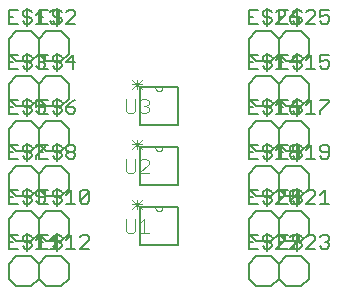
<source format=gto>
G75*
%MOIN*%
%OFA0B0*%
%FSLAX24Y24*%
%IPPOS*%
%LPD*%
%AMOC8*
5,1,8,0,0,1.08239X$1,22.5*
%
%ADD10C,0.0060*%
%ADD11C,0.0000*%
%ADD12C,0.0030*%
%ADD13C,0.0050*%
D10*
X000330Y000380D02*
X000580Y000130D01*
X001080Y000130D01*
X001330Y000380D01*
X001580Y000130D01*
X002080Y000130D01*
X002330Y000380D01*
X002330Y000880D01*
X002080Y001130D01*
X001580Y001130D01*
X001330Y000880D01*
X001330Y000380D01*
X001330Y000880D01*
X001080Y001130D01*
X000580Y001130D01*
X000330Y000880D01*
X000330Y000380D01*
X000580Y001630D02*
X001080Y001630D01*
X001330Y001880D01*
X001580Y001630D01*
X002080Y001630D01*
X002330Y001880D01*
X002330Y002380D01*
X002080Y002630D01*
X001580Y002630D01*
X001330Y002380D01*
X001330Y001880D01*
X001330Y002380D01*
X001080Y002630D01*
X000580Y002630D01*
X000330Y002380D01*
X000330Y001880D01*
X000580Y001630D01*
X000580Y003130D02*
X001080Y003130D01*
X001330Y003380D01*
X001580Y003130D01*
X002080Y003130D01*
X002330Y003380D01*
X002330Y003880D01*
X002080Y004130D01*
X001580Y004130D01*
X001330Y003880D01*
X001330Y003380D01*
X001330Y003880D01*
X001080Y004130D01*
X000580Y004130D01*
X000330Y003880D01*
X000330Y003380D01*
X000580Y003130D01*
X000580Y004630D02*
X001080Y004630D01*
X001330Y004880D01*
X001580Y004630D01*
X002080Y004630D01*
X002330Y004880D01*
X002330Y005380D01*
X002080Y005630D01*
X001580Y005630D01*
X001330Y005380D01*
X001330Y004880D01*
X001330Y005380D01*
X001080Y005630D01*
X000580Y005630D01*
X000330Y005380D01*
X000330Y004880D01*
X000580Y004630D01*
X000580Y006130D02*
X001080Y006130D01*
X001330Y006380D01*
X001580Y006130D01*
X002080Y006130D01*
X002330Y006380D01*
X002330Y006880D01*
X002080Y007130D01*
X001580Y007130D01*
X001330Y006880D01*
X001330Y006380D01*
X001330Y006880D01*
X001080Y007130D01*
X000580Y007130D01*
X000330Y006880D01*
X000330Y006380D01*
X000580Y006130D01*
X000580Y007630D02*
X001080Y007630D01*
X001330Y007880D01*
X001330Y008380D01*
X001080Y008630D01*
X000580Y008630D01*
X000330Y008380D01*
X000330Y007880D01*
X000580Y007630D01*
X001080Y007630D01*
X001330Y007880D01*
X001580Y007630D01*
X002080Y007630D01*
X002330Y007880D01*
X002330Y008380D01*
X002080Y008630D01*
X001580Y008630D01*
X001330Y008380D01*
X001330Y007880D01*
X001330Y008380D01*
X001080Y008630D01*
X000580Y008630D01*
X000330Y008380D01*
X000330Y007880D01*
X000580Y007630D01*
X004710Y006750D02*
X004710Y005510D01*
X005950Y005510D01*
X005950Y006750D01*
X005450Y006750D01*
X005210Y006750D01*
X004710Y006750D01*
X004710Y006590D02*
X004710Y006440D01*
X004710Y006330D02*
X004710Y006190D01*
X004710Y006070D02*
X004710Y005930D01*
X004710Y005820D02*
X004710Y005670D01*
X004710Y004750D02*
X004710Y003510D01*
X005950Y003510D01*
X005950Y004750D01*
X005450Y004750D01*
X005210Y004750D01*
X004710Y004750D01*
X004710Y004590D02*
X004710Y004440D01*
X004710Y004330D02*
X004710Y004190D01*
X004710Y004070D02*
X004710Y003930D01*
X004710Y003820D02*
X004710Y003670D01*
X004710Y002750D02*
X004710Y001510D01*
X005950Y001510D01*
X005950Y002750D01*
X005450Y002750D01*
X005210Y002750D01*
X004710Y002750D01*
X004710Y002590D02*
X004710Y002440D01*
X004710Y002330D02*
X004710Y002190D01*
X004710Y002070D02*
X004710Y001930D01*
X004710Y001820D02*
X004710Y001670D01*
X005950Y001670D02*
X005950Y001820D01*
X005950Y001930D02*
X005950Y002070D01*
X005950Y002190D02*
X005950Y002330D01*
X005950Y002440D02*
X005950Y002590D01*
X005950Y003670D02*
X005950Y003820D01*
X005950Y003930D02*
X005950Y004070D01*
X005950Y004190D02*
X005950Y004330D01*
X005950Y004440D02*
X005950Y004590D01*
X005950Y005670D02*
X005950Y005820D01*
X005950Y005930D02*
X005950Y006070D01*
X005950Y006190D02*
X005950Y006330D01*
X005950Y006440D02*
X005950Y006590D01*
X008330Y006380D02*
X008580Y006130D01*
X009080Y006130D01*
X009330Y006380D01*
X009580Y006130D01*
X010080Y006130D01*
X010330Y006380D01*
X010330Y006880D01*
X010080Y007130D01*
X009580Y007130D01*
X009330Y006880D01*
X009330Y006380D01*
X009330Y006880D01*
X009080Y007130D01*
X008580Y007130D01*
X008330Y006880D01*
X008330Y006380D01*
X008580Y005630D02*
X008330Y005380D01*
X008330Y004880D01*
X008580Y004630D01*
X009080Y004630D01*
X009330Y004880D01*
X009580Y004630D01*
X010080Y004630D01*
X010330Y004880D01*
X010330Y005380D01*
X010080Y005630D01*
X009580Y005630D01*
X009330Y005380D01*
X009330Y004880D01*
X009330Y005380D01*
X009080Y005630D01*
X008580Y005630D01*
X008580Y004130D02*
X008330Y003880D01*
X008330Y003380D01*
X008580Y003130D01*
X009080Y003130D01*
X009330Y003380D01*
X009580Y003130D01*
X010080Y003130D01*
X010330Y003380D01*
X010330Y003880D01*
X010080Y004130D01*
X009580Y004130D01*
X009330Y003880D01*
X009330Y003380D01*
X009330Y003880D01*
X009080Y004130D01*
X008580Y004130D01*
X008580Y002630D02*
X008330Y002380D01*
X008330Y001880D01*
X008580Y001630D01*
X009080Y001630D01*
X009330Y001880D01*
X009580Y001630D01*
X010080Y001630D01*
X010330Y001880D01*
X010330Y002380D01*
X010080Y002630D01*
X009580Y002630D01*
X009330Y002380D01*
X009330Y001880D01*
X009330Y002380D01*
X009080Y002630D01*
X008580Y002630D01*
X008580Y001130D02*
X008330Y000880D01*
X008330Y000380D01*
X008580Y000130D01*
X009080Y000130D01*
X009330Y000380D01*
X009580Y000130D01*
X010080Y000130D01*
X010330Y000380D01*
X010330Y000880D01*
X010080Y001130D01*
X009580Y001130D01*
X009330Y000880D01*
X009330Y000380D01*
X009330Y000880D01*
X009080Y001130D01*
X008580Y001130D01*
X008580Y007630D02*
X009080Y007630D01*
X009330Y007880D01*
X009330Y008380D01*
X009080Y008630D01*
X008580Y008630D01*
X008330Y008380D01*
X008330Y007880D01*
X008580Y007630D01*
X009080Y007630D01*
X009330Y007880D01*
X009580Y007630D01*
X010080Y007630D01*
X010330Y007880D01*
X010330Y008380D01*
X010080Y008630D01*
X009580Y008630D01*
X009330Y008380D01*
X009330Y007880D01*
X009330Y008380D01*
X009080Y008630D01*
X008580Y008630D01*
X008330Y008380D01*
X008330Y007880D01*
X008580Y007630D01*
D11*
X005450Y006750D02*
X005448Y006729D01*
X005443Y006709D01*
X005434Y006690D01*
X005422Y006673D01*
X005407Y006658D01*
X005390Y006646D01*
X005371Y006637D01*
X005351Y006632D01*
X005330Y006630D01*
X005309Y006632D01*
X005289Y006637D01*
X005270Y006646D01*
X005253Y006658D01*
X005238Y006673D01*
X005226Y006690D01*
X005217Y006709D01*
X005212Y006729D01*
X005210Y006750D01*
X005210Y004750D02*
X005212Y004729D01*
X005217Y004709D01*
X005226Y004690D01*
X005238Y004673D01*
X005253Y004658D01*
X005270Y004646D01*
X005289Y004637D01*
X005309Y004632D01*
X005330Y004630D01*
X005351Y004632D01*
X005371Y004637D01*
X005390Y004646D01*
X005407Y004658D01*
X005422Y004673D01*
X005434Y004690D01*
X005443Y004709D01*
X005448Y004729D01*
X005450Y004750D01*
X005450Y002750D02*
X005448Y002729D01*
X005443Y002709D01*
X005434Y002690D01*
X005422Y002673D01*
X005407Y002658D01*
X005390Y002646D01*
X005371Y002637D01*
X005351Y002632D01*
X005330Y002630D01*
X005309Y002632D01*
X005289Y002637D01*
X005270Y002646D01*
X005253Y002658D01*
X005238Y002673D01*
X005226Y002690D01*
X005217Y002709D01*
X005212Y002729D01*
X005210Y002750D01*
D12*
X004759Y002693D02*
X004445Y003007D01*
X004602Y003007D02*
X004602Y002693D01*
X004445Y002693D02*
X004759Y003007D01*
X004759Y002850D02*
X004445Y002850D01*
X004529Y002365D02*
X004529Y001973D01*
X004450Y001895D01*
X004293Y001895D01*
X004215Y001973D01*
X004215Y002365D01*
X004675Y002209D02*
X004832Y002365D01*
X004832Y001895D01*
X004675Y001895D02*
X004989Y001895D01*
X004989Y003895D02*
X004675Y003895D01*
X004989Y004209D01*
X004989Y004287D01*
X004911Y004365D01*
X004754Y004365D01*
X004675Y004287D01*
X004529Y004365D02*
X004529Y003973D01*
X004450Y003895D01*
X004293Y003895D01*
X004215Y003973D01*
X004215Y004365D01*
X004445Y004693D02*
X004759Y005007D01*
X004759Y004850D02*
X004445Y004850D01*
X004445Y005007D02*
X004759Y004693D01*
X004602Y004693D02*
X004602Y005007D01*
X004754Y005895D02*
X004675Y005973D01*
X004754Y005895D02*
X004911Y005895D01*
X004989Y005973D01*
X004989Y006052D01*
X004911Y006130D01*
X004832Y006130D01*
X004911Y006130D02*
X004989Y006209D01*
X004989Y006287D01*
X004911Y006365D01*
X004754Y006365D01*
X004675Y006287D01*
X004529Y006365D02*
X004529Y005973D01*
X004450Y005895D01*
X004293Y005895D01*
X004215Y005973D01*
X004215Y006365D01*
X004445Y006693D02*
X004759Y007007D01*
X004759Y006850D02*
X004445Y006850D01*
X004445Y007007D02*
X004759Y006693D01*
X004602Y006693D02*
X004602Y007007D01*
D13*
X002546Y007600D02*
X002246Y007600D01*
X002471Y007825D01*
X002471Y007375D01*
X002086Y007450D02*
X002086Y007525D01*
X002011Y007600D01*
X001860Y007600D01*
X001785Y007675D01*
X001785Y007750D01*
X001860Y007825D01*
X002011Y007825D01*
X002086Y007750D01*
X001936Y007900D02*
X001936Y007300D01*
X001860Y007375D02*
X002011Y007375D01*
X002086Y007450D01*
X001860Y007375D02*
X001785Y007450D01*
X001625Y007375D02*
X001325Y007375D01*
X001325Y007825D01*
X001625Y007825D01*
X001546Y007750D02*
X001546Y007675D01*
X001471Y007600D01*
X001546Y007525D01*
X001546Y007450D01*
X001471Y007375D01*
X001321Y007375D01*
X001246Y007450D01*
X001086Y007450D02*
X001086Y007525D01*
X001011Y007600D01*
X000860Y007600D01*
X000785Y007675D01*
X000785Y007750D01*
X000860Y007825D01*
X001011Y007825D01*
X001086Y007750D01*
X001246Y007750D02*
X001321Y007825D01*
X001471Y007825D01*
X001546Y007750D01*
X001475Y007600D02*
X001325Y007600D01*
X001396Y007600D02*
X001471Y007600D01*
X001086Y007450D02*
X001011Y007375D01*
X000860Y007375D01*
X000785Y007450D01*
X000625Y007375D02*
X000325Y007375D01*
X000325Y007825D01*
X000625Y007825D01*
X000475Y007600D02*
X000325Y007600D01*
X000936Y007900D02*
X000936Y007300D01*
X000936Y006400D02*
X000936Y005800D01*
X000860Y005875D02*
X001011Y005875D01*
X001086Y005950D01*
X001086Y006025D01*
X001011Y006100D01*
X000860Y006100D01*
X000785Y006175D01*
X000785Y006250D01*
X000860Y006325D01*
X001011Y006325D01*
X001086Y006250D01*
X001246Y006325D02*
X001246Y006100D01*
X001396Y006175D01*
X001471Y006175D01*
X001546Y006100D01*
X001546Y005950D01*
X001471Y005875D01*
X001321Y005875D01*
X001246Y005950D01*
X001325Y005875D02*
X001625Y005875D01*
X001785Y005950D02*
X001860Y005875D01*
X002011Y005875D01*
X002086Y005950D01*
X002086Y006025D01*
X002011Y006100D01*
X001860Y006100D01*
X001785Y006175D01*
X001785Y006250D01*
X001860Y006325D01*
X002011Y006325D01*
X002086Y006250D01*
X002246Y006100D02*
X002471Y006100D01*
X002546Y006025D01*
X002546Y005950D01*
X002471Y005875D01*
X002321Y005875D01*
X002246Y005950D01*
X002246Y006100D01*
X002396Y006250D01*
X002546Y006325D01*
X001936Y006400D02*
X001936Y005800D01*
X001475Y006100D02*
X001325Y006100D01*
X001325Y006325D02*
X001325Y005875D01*
X001325Y006325D02*
X001625Y006325D01*
X001546Y006325D02*
X001246Y006325D01*
X000860Y005875D02*
X000785Y005950D01*
X000625Y005875D02*
X000325Y005875D01*
X000325Y006325D01*
X000625Y006325D01*
X000475Y006100D02*
X000325Y006100D01*
X000325Y004825D02*
X000325Y004375D01*
X000625Y004375D01*
X000785Y004450D02*
X000860Y004375D01*
X001011Y004375D01*
X001086Y004450D01*
X001086Y004525D01*
X001011Y004600D01*
X000860Y004600D01*
X000785Y004675D01*
X000785Y004750D01*
X000860Y004825D01*
X001011Y004825D01*
X001086Y004750D01*
X000936Y004900D02*
X000936Y004300D01*
X001246Y004375D02*
X001246Y004450D01*
X001546Y004750D01*
X001546Y004825D01*
X001246Y004825D01*
X001325Y004825D02*
X001325Y004375D01*
X001625Y004375D01*
X001785Y004450D02*
X001860Y004375D01*
X002011Y004375D01*
X002086Y004450D01*
X002086Y004525D01*
X002011Y004600D01*
X001860Y004600D01*
X001785Y004675D01*
X001785Y004750D01*
X001860Y004825D01*
X002011Y004825D01*
X002086Y004750D01*
X002246Y004750D02*
X002246Y004675D01*
X002321Y004600D01*
X002471Y004600D01*
X002546Y004525D01*
X002546Y004450D01*
X002471Y004375D01*
X002321Y004375D01*
X002246Y004450D01*
X002246Y004525D01*
X002321Y004600D01*
X002471Y004600D02*
X002546Y004675D01*
X002546Y004750D01*
X002471Y004825D01*
X002321Y004825D01*
X002246Y004750D01*
X001936Y004900D02*
X001936Y004300D01*
X001475Y004600D02*
X001325Y004600D01*
X001325Y004825D02*
X001625Y004825D01*
X000625Y004825D02*
X000325Y004825D01*
X000325Y004600D02*
X000475Y004600D01*
X000936Y003400D02*
X000936Y002800D01*
X001011Y002875D02*
X001086Y002950D01*
X001086Y003025D01*
X001011Y003100D01*
X000860Y003100D01*
X000785Y003175D01*
X000785Y003250D01*
X000860Y003325D01*
X001011Y003325D01*
X001086Y003250D01*
X001246Y003250D02*
X001246Y003175D01*
X001321Y003100D01*
X001546Y003100D01*
X001475Y003100D02*
X001325Y003100D01*
X001246Y003250D02*
X001321Y003325D01*
X001471Y003325D01*
X001546Y003250D01*
X001546Y002950D01*
X001471Y002875D01*
X001321Y002875D01*
X001246Y002950D01*
X001325Y002875D02*
X001625Y002875D01*
X001785Y002950D02*
X001860Y002875D01*
X002011Y002875D01*
X002086Y002950D01*
X002086Y003025D01*
X002011Y003100D01*
X001860Y003100D01*
X001785Y003175D01*
X001785Y003250D01*
X001860Y003325D01*
X002011Y003325D01*
X002086Y003250D01*
X002246Y003175D02*
X002396Y003325D01*
X002396Y002875D01*
X002246Y002875D02*
X002546Y002875D01*
X002706Y002950D02*
X002781Y002875D01*
X002931Y002875D01*
X003006Y002950D01*
X003006Y003250D01*
X002706Y002950D01*
X002706Y003250D01*
X002781Y003325D01*
X002931Y003325D01*
X003006Y003250D01*
X001936Y003400D02*
X001936Y002800D01*
X001625Y003325D02*
X001325Y003325D01*
X001325Y002875D01*
X001011Y002875D02*
X000860Y002875D01*
X000785Y002950D01*
X000625Y002875D02*
X000325Y002875D01*
X000325Y003325D01*
X000625Y003325D01*
X000475Y003100D02*
X000325Y003100D01*
X000936Y001900D02*
X000936Y001300D01*
X000860Y001375D02*
X001011Y001375D01*
X001086Y001450D01*
X001086Y001525D01*
X001011Y001600D01*
X000860Y001600D01*
X000785Y001675D01*
X000785Y001750D01*
X000860Y001825D01*
X001011Y001825D01*
X001086Y001750D01*
X001246Y001675D02*
X001396Y001825D01*
X001396Y001375D01*
X001325Y001375D02*
X001625Y001375D01*
X001546Y001375D02*
X001246Y001375D01*
X001325Y001375D02*
X001325Y001825D01*
X001625Y001825D01*
X001706Y001675D02*
X001856Y001825D01*
X001856Y001375D01*
X001860Y001375D02*
X002011Y001375D01*
X002086Y001450D01*
X002086Y001525D01*
X002011Y001600D01*
X001860Y001600D01*
X001785Y001675D01*
X001785Y001750D01*
X001860Y001825D01*
X002011Y001825D01*
X002086Y001750D01*
X002246Y001675D02*
X002396Y001825D01*
X002396Y001375D01*
X002246Y001375D02*
X002546Y001375D01*
X002706Y001375D02*
X003006Y001675D01*
X003006Y001750D01*
X002931Y001825D01*
X002781Y001825D01*
X002706Y001750D01*
X002706Y001375D02*
X003006Y001375D01*
X002006Y001375D02*
X001706Y001375D01*
X001785Y001450D02*
X001860Y001375D01*
X001936Y001300D02*
X001936Y001900D01*
X001475Y001600D02*
X001325Y001600D01*
X000860Y001375D02*
X000785Y001450D01*
X000625Y001375D02*
X000325Y001375D01*
X000325Y001825D01*
X000625Y001825D01*
X000475Y001600D02*
X000325Y001600D01*
X008325Y001600D02*
X008475Y001600D01*
X008325Y001375D02*
X008625Y001375D01*
X008785Y001450D02*
X008860Y001375D01*
X009011Y001375D01*
X009086Y001450D01*
X009086Y001525D01*
X009011Y001600D01*
X008860Y001600D01*
X008785Y001675D01*
X008785Y001750D01*
X008860Y001825D01*
X009011Y001825D01*
X009086Y001750D01*
X008936Y001900D02*
X008936Y001300D01*
X009246Y001375D02*
X009546Y001675D01*
X009546Y001750D01*
X009471Y001825D01*
X009321Y001825D01*
X009246Y001750D01*
X009325Y001825D02*
X009325Y001375D01*
X009625Y001375D01*
X009546Y001375D02*
X009246Y001375D01*
X009325Y001600D02*
X009475Y001600D01*
X009625Y001825D02*
X009325Y001825D01*
X009706Y001750D02*
X009781Y001825D01*
X009931Y001825D01*
X010006Y001750D01*
X010006Y001675D01*
X009706Y001375D01*
X010006Y001375D01*
X010011Y001375D02*
X010086Y001450D01*
X010086Y001525D01*
X010011Y001600D01*
X009860Y001600D01*
X009785Y001675D01*
X009785Y001750D01*
X009860Y001825D01*
X010011Y001825D01*
X010086Y001750D01*
X009936Y001900D02*
X009936Y001300D01*
X009860Y001375D02*
X010011Y001375D01*
X009860Y001375D02*
X009785Y001450D01*
X010246Y001375D02*
X010546Y001675D01*
X010546Y001750D01*
X010471Y001825D01*
X010321Y001825D01*
X010246Y001750D01*
X010246Y001375D02*
X010546Y001375D01*
X010706Y001450D02*
X010781Y001375D01*
X010931Y001375D01*
X011006Y001450D01*
X011006Y001525D01*
X010931Y001600D01*
X010856Y001600D01*
X010931Y001600D02*
X011006Y001675D01*
X011006Y001750D01*
X010931Y001825D01*
X010781Y001825D01*
X010706Y001750D01*
X010706Y002875D02*
X011006Y002875D01*
X010856Y002875D02*
X010856Y003325D01*
X010706Y003175D01*
X010546Y003175D02*
X010546Y003250D01*
X010471Y003325D01*
X010321Y003325D01*
X010246Y003250D01*
X010086Y003250D02*
X010011Y003325D01*
X009860Y003325D01*
X009785Y003250D01*
X009785Y003175D01*
X009860Y003100D01*
X010011Y003100D01*
X010086Y003025D01*
X010086Y002950D01*
X010011Y002875D01*
X009860Y002875D01*
X009785Y002950D01*
X009781Y002875D02*
X009706Y002950D01*
X010006Y003250D01*
X010006Y002950D01*
X009931Y002875D01*
X009781Y002875D01*
X009706Y002950D02*
X009706Y003250D01*
X009781Y003325D01*
X009931Y003325D01*
X010006Y003250D01*
X009936Y003400D02*
X009936Y002800D01*
X010246Y002875D02*
X010546Y003175D01*
X010546Y002875D02*
X010246Y002875D01*
X009625Y002875D02*
X009325Y002875D01*
X009325Y003325D01*
X009625Y003325D01*
X009546Y003250D02*
X009471Y003325D01*
X009321Y003325D01*
X009246Y003250D01*
X009325Y003100D02*
X009475Y003100D01*
X009546Y003175D02*
X009546Y003250D01*
X009546Y003175D02*
X009246Y002875D01*
X009546Y002875D01*
X009086Y002950D02*
X009011Y002875D01*
X008860Y002875D01*
X008785Y002950D01*
X008936Y002800D02*
X008936Y003400D01*
X008860Y003325D02*
X009011Y003325D01*
X009086Y003250D01*
X009011Y003100D02*
X008860Y003100D01*
X008785Y003175D01*
X008785Y003250D01*
X008860Y003325D01*
X008625Y003325D02*
X008325Y003325D01*
X008325Y002875D01*
X008625Y002875D01*
X008475Y003100D02*
X008325Y003100D01*
X009011Y003100D02*
X009086Y003025D01*
X009086Y002950D01*
X008625Y001825D02*
X008325Y001825D01*
X008325Y001375D01*
X008936Y004300D02*
X008936Y004900D01*
X009011Y004825D02*
X009086Y004750D01*
X009011Y004825D02*
X008860Y004825D01*
X008785Y004750D01*
X008785Y004675D01*
X008860Y004600D01*
X009011Y004600D01*
X009086Y004525D01*
X009086Y004450D01*
X009011Y004375D01*
X008860Y004375D01*
X008785Y004450D01*
X008625Y004375D02*
X008325Y004375D01*
X008325Y004825D01*
X008625Y004825D01*
X008475Y004600D02*
X008325Y004600D01*
X009246Y004675D02*
X009396Y004825D01*
X009396Y004375D01*
X009325Y004375D02*
X009625Y004375D01*
X009546Y004375D02*
X009246Y004375D01*
X009325Y004375D02*
X009325Y004825D01*
X009625Y004825D01*
X009706Y004750D02*
X009706Y004675D01*
X009781Y004600D01*
X009931Y004600D01*
X010006Y004525D01*
X010006Y004450D01*
X009931Y004375D01*
X009781Y004375D01*
X009706Y004450D01*
X009706Y004525D01*
X009781Y004600D01*
X009785Y004675D02*
X009860Y004600D01*
X010011Y004600D01*
X010086Y004525D01*
X010086Y004450D01*
X010011Y004375D01*
X009860Y004375D01*
X009785Y004450D01*
X009931Y004600D02*
X010006Y004675D01*
X010006Y004750D01*
X009931Y004825D01*
X009781Y004825D01*
X009706Y004750D01*
X009785Y004750D02*
X009785Y004675D01*
X009785Y004750D02*
X009860Y004825D01*
X010011Y004825D01*
X010086Y004750D01*
X009936Y004900D02*
X009936Y004300D01*
X010246Y004375D02*
X010546Y004375D01*
X010396Y004375D02*
X010396Y004825D01*
X010246Y004675D01*
X010706Y004675D02*
X010781Y004600D01*
X011006Y004600D01*
X011006Y004450D02*
X011006Y004750D01*
X010931Y004825D01*
X010781Y004825D01*
X010706Y004750D01*
X010706Y004675D01*
X010706Y004450D02*
X010781Y004375D01*
X010931Y004375D01*
X011006Y004450D01*
X009475Y004600D02*
X009325Y004600D01*
X008936Y005800D02*
X008936Y006400D01*
X008860Y006325D02*
X009011Y006325D01*
X009086Y006250D01*
X009011Y006100D02*
X008860Y006100D01*
X008785Y006175D01*
X008785Y006250D01*
X008860Y006325D01*
X008625Y006325D02*
X008325Y006325D01*
X008325Y005875D01*
X008625Y005875D01*
X008785Y005950D02*
X008860Y005875D01*
X009011Y005875D01*
X009086Y005950D01*
X009086Y006025D01*
X009011Y006100D01*
X009246Y006175D02*
X009396Y006325D01*
X009396Y005875D01*
X009325Y005875D02*
X009625Y005875D01*
X009546Y005875D02*
X009246Y005875D01*
X009325Y005875D02*
X009325Y006325D01*
X009625Y006325D01*
X009785Y006250D02*
X009860Y006325D01*
X010011Y006325D01*
X010086Y006250D01*
X010006Y006325D02*
X009856Y006250D01*
X009706Y006100D01*
X009931Y006100D01*
X010006Y006025D01*
X010006Y005950D01*
X009931Y005875D01*
X009781Y005875D01*
X009706Y005950D01*
X009706Y006100D01*
X009785Y006175D02*
X009785Y006250D01*
X009785Y006175D02*
X009860Y006100D01*
X010011Y006100D01*
X010086Y006025D01*
X010086Y005950D01*
X010011Y005875D01*
X009860Y005875D01*
X009785Y005950D01*
X009936Y005800D02*
X009936Y006400D01*
X010246Y006175D02*
X010396Y006325D01*
X010396Y005875D01*
X010246Y005875D02*
X010546Y005875D01*
X010706Y005875D02*
X010706Y005950D01*
X011006Y006250D01*
X011006Y006325D01*
X010706Y006325D01*
X009936Y007300D02*
X009936Y007900D01*
X009931Y007825D02*
X009706Y007600D01*
X010006Y007600D01*
X010011Y007600D02*
X009860Y007600D01*
X009785Y007675D01*
X009785Y007750D01*
X009860Y007825D01*
X010011Y007825D01*
X010086Y007750D01*
X010011Y007600D02*
X010086Y007525D01*
X010086Y007450D01*
X010011Y007375D01*
X009860Y007375D01*
X009785Y007450D01*
X009931Y007375D02*
X009931Y007825D01*
X009625Y007825D02*
X009325Y007825D01*
X009325Y007375D01*
X009625Y007375D01*
X009546Y007375D02*
X009246Y007375D01*
X009396Y007375D02*
X009396Y007825D01*
X009246Y007675D01*
X009325Y007600D02*
X009475Y007600D01*
X009086Y007525D02*
X009086Y007450D01*
X009011Y007375D01*
X008860Y007375D01*
X008785Y007450D01*
X008860Y007600D02*
X008785Y007675D01*
X008785Y007750D01*
X008860Y007825D01*
X009011Y007825D01*
X009086Y007750D01*
X009011Y007600D02*
X008860Y007600D01*
X009011Y007600D02*
X009086Y007525D01*
X008936Y007300D02*
X008936Y007900D01*
X008625Y007825D02*
X008325Y007825D01*
X008325Y007375D01*
X008625Y007375D01*
X008475Y007600D02*
X008325Y007600D01*
X008936Y008800D02*
X008936Y009400D01*
X008936Y008800D01*
X008860Y008875D02*
X009011Y008875D01*
X009086Y008950D01*
X009086Y009025D01*
X009011Y009100D01*
X008860Y009100D01*
X008785Y009175D01*
X008785Y009250D01*
X008860Y009325D01*
X009011Y009325D01*
X009086Y009250D01*
X009011Y009325D01*
X008860Y009325D01*
X008785Y009250D01*
X008785Y009175D01*
X008860Y009100D01*
X009011Y009100D01*
X009086Y009025D01*
X009086Y008950D01*
X009011Y008875D01*
X008860Y008875D01*
X008785Y008950D01*
X008860Y008875D01*
X008625Y008875D02*
X008325Y008875D01*
X008325Y009325D01*
X008625Y009325D01*
X008325Y009325D01*
X008325Y008875D01*
X008625Y008875D01*
X008475Y009100D02*
X008325Y009100D01*
X008475Y009100D01*
X009246Y009250D02*
X009321Y009325D01*
X009471Y009325D01*
X009546Y009250D01*
X009546Y009175D01*
X009246Y008875D01*
X009546Y008875D01*
X009246Y008875D01*
X009546Y009175D01*
X009546Y009250D01*
X009471Y009325D01*
X009321Y009325D01*
X009246Y009250D01*
X009325Y009325D02*
X009325Y008875D01*
X009625Y008875D01*
X009706Y008950D02*
X009781Y008875D01*
X009931Y008875D01*
X010006Y008950D01*
X010006Y009025D01*
X009931Y009100D01*
X009706Y009100D01*
X009706Y008950D01*
X009785Y008950D02*
X009860Y008875D01*
X010011Y008875D01*
X010086Y008950D01*
X010086Y009025D01*
X010011Y009100D01*
X009860Y009100D01*
X009785Y009175D01*
X009785Y009250D01*
X009860Y009325D01*
X010011Y009325D01*
X010086Y009250D01*
X010006Y009325D02*
X009856Y009250D01*
X009706Y009100D01*
X010006Y009100D01*
X009931Y008875D02*
X009931Y009325D01*
X009706Y009100D01*
X009475Y009100D02*
X009325Y009100D01*
X009325Y009325D02*
X009625Y009325D01*
X009936Y009400D02*
X009936Y008800D01*
X010246Y008875D02*
X010546Y009175D01*
X010546Y009250D01*
X010471Y009325D01*
X010321Y009325D01*
X010246Y009250D01*
X010246Y008875D02*
X010546Y008875D01*
X010706Y008950D02*
X010781Y008875D01*
X010931Y008875D01*
X011006Y008950D01*
X011006Y009100D01*
X010931Y009175D01*
X010856Y009175D01*
X010706Y009100D01*
X010706Y009325D01*
X011006Y009325D01*
X011006Y007825D02*
X010706Y007825D01*
X010706Y007600D01*
X010856Y007675D01*
X010931Y007675D01*
X011006Y007600D01*
X011006Y007450D01*
X010931Y007375D01*
X010781Y007375D01*
X010706Y007450D01*
X010546Y007375D02*
X010246Y007375D01*
X010396Y007375D02*
X010396Y007825D01*
X010246Y007675D01*
X009475Y006100D02*
X009325Y006100D01*
X008475Y006100D02*
X008325Y006100D01*
X002546Y008875D02*
X002246Y008875D01*
X002546Y009175D01*
X002546Y009250D01*
X002471Y009325D01*
X002321Y009325D01*
X002246Y009250D01*
X002086Y009250D02*
X002011Y009325D01*
X001860Y009325D01*
X001785Y009250D01*
X001785Y009175D01*
X001860Y009100D01*
X002011Y009100D01*
X002086Y009025D01*
X002086Y008950D01*
X002011Y008875D01*
X001860Y008875D01*
X001785Y008950D01*
X001781Y008875D02*
X001706Y008950D01*
X001781Y008875D02*
X001931Y008875D01*
X002006Y008950D01*
X002006Y009025D01*
X001931Y009100D01*
X001856Y009100D01*
X001931Y009100D02*
X002006Y009175D01*
X002006Y009250D01*
X001931Y009325D01*
X001781Y009325D01*
X001706Y009250D01*
X001625Y009325D02*
X001325Y009325D01*
X001325Y008875D01*
X001625Y008875D01*
X001546Y008875D02*
X001246Y008875D01*
X001546Y008875D01*
X001396Y008875D02*
X001396Y009325D01*
X001246Y009175D01*
X001396Y009325D01*
X001396Y008875D01*
X001325Y009100D02*
X001475Y009100D01*
X001086Y009025D02*
X001011Y009100D01*
X000860Y009100D01*
X000785Y009175D01*
X000785Y009250D01*
X000860Y009325D01*
X001011Y009325D01*
X001086Y009250D01*
X001011Y009325D01*
X000860Y009325D01*
X000785Y009250D01*
X000785Y009175D01*
X000860Y009100D01*
X001011Y009100D01*
X001086Y009025D01*
X001086Y008950D01*
X001011Y008875D01*
X000860Y008875D01*
X000785Y008950D01*
X000860Y008875D01*
X001011Y008875D01*
X001086Y008950D01*
X001086Y009025D01*
X000936Y008800D02*
X000936Y009400D01*
X000936Y008800D01*
X000625Y008875D02*
X000325Y008875D01*
X000325Y009325D01*
X000625Y009325D01*
X000325Y009325D01*
X000325Y008875D01*
X000625Y008875D01*
X000475Y009100D02*
X000325Y009100D01*
X000475Y009100D01*
X001936Y009400D02*
X001936Y008800D01*
M02*

</source>
